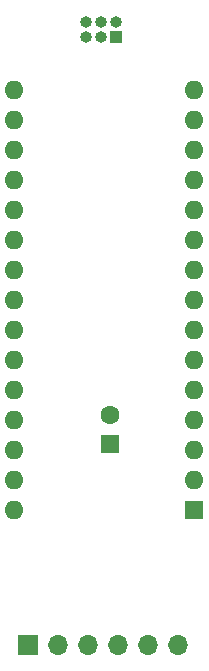
<source format=gbr>
%TF.GenerationSoftware,KiCad,Pcbnew,8.0.2*%
%TF.CreationDate,2024-12-05T22:40:51+01:00*%
%TF.ProjectId,programmerUnoHat,70726f67-7261-46d6-9d65-72556e6f4861,rev?*%
%TF.SameCoordinates,Original*%
%TF.FileFunction,Soldermask,Top*%
%TF.FilePolarity,Negative*%
%FSLAX46Y46*%
G04 Gerber Fmt 4.6, Leading zero omitted, Abs format (unit mm)*
G04 Created by KiCad (PCBNEW 8.0.2) date 2024-12-05 22:40:51*
%MOMM*%
%LPD*%
G01*
G04 APERTURE LIST*
%ADD10R,1.600000X1.600000*%
%ADD11O,1.600000X1.600000*%
%ADD12R,1.000000X1.000000*%
%ADD13O,1.000000X1.000000*%
%ADD14C,1.600000*%
%ADD15R,1.700000X1.700000*%
%ADD16O,1.700000X1.700000*%
G04 APERTURE END LIST*
D10*
%TO.C,A101*%
X121610000Y-106050000D03*
D11*
X121610000Y-103510000D03*
X121610000Y-100970000D03*
X121610000Y-98430000D03*
X121610000Y-95890000D03*
X121610000Y-93350000D03*
X121610000Y-90810000D03*
X121610000Y-88270000D03*
X121610000Y-85730000D03*
X121610000Y-83190000D03*
X121610000Y-80650000D03*
X121610000Y-78110000D03*
X121610000Y-75570000D03*
X121610000Y-73030000D03*
X121610000Y-70490000D03*
X106370000Y-70490000D03*
X106370000Y-73030000D03*
X106370000Y-75570000D03*
X106370000Y-78110000D03*
X106370000Y-80650000D03*
X106370000Y-83190000D03*
X106370000Y-85730000D03*
X106370000Y-88270000D03*
X106370000Y-90810000D03*
X106370000Y-93350000D03*
X106370000Y-95890000D03*
X106370000Y-98430000D03*
X106370000Y-100970000D03*
X106370000Y-103510000D03*
X106370000Y-106050000D03*
%TD*%
D12*
%TO.C,U101*%
X115000000Y-66000000D03*
D13*
X115000000Y-64730000D03*
X113730000Y-66000000D03*
X113730000Y-64730000D03*
X112460000Y-66000000D03*
X112460000Y-64730000D03*
%TD*%
D10*
%TO.C,C101*%
X114500000Y-100500000D03*
D14*
X114500000Y-98000000D03*
%TD*%
D15*
%TO.C,J101*%
X107500000Y-117500000D03*
D16*
X110040000Y-117500000D03*
X112580000Y-117500000D03*
X115120000Y-117500000D03*
X117660000Y-117500000D03*
X120200000Y-117500000D03*
%TD*%
M02*

</source>
